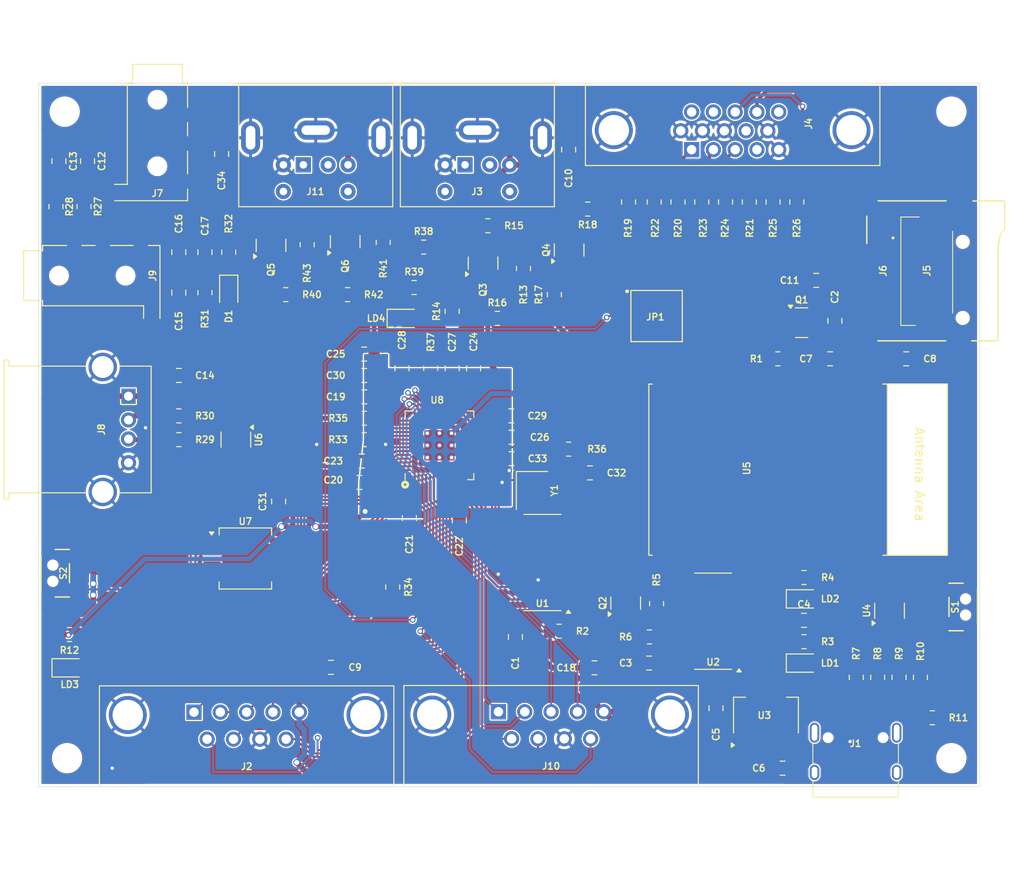
<source format=kicad_pcb>
(kicad_pcb (version 20241229) (generator "pcbnew") (generator_version "9.0")
  (title_block (title "${NAME}") (date "2025-04-30") (rev "${VERSION}") (company "Mikhail Matveev") (comment 1 "https://github.com/rh1tech/echo"))
  (layers (0 "F.Cu" signal) (2 "B.Cu" signal) (13 "F.Paste" user) (15 "B.Paste" user) (5 "F.SilkS" user "F.Silkscreen") (7 "B.SilkS" user "B.Silkscreen") (1 "F.Mask" user) (3 "B.Mask" user) (25 "Edge.Cuts" user))
  (property "NAME" "Echo")
  (property "VERSION" "1.01")
  (net 0 "")
  (net 1 "GND")
  (net 2 "/Tape In/R")
  (net 3 "/ESP_EN")
  (net 4 "Net-(U2-3V)")
  (net 5 "+3V3")
  (net 6 "VBUS")
  (net 7 "/Audio Out/A_OUT")
  (net 8 "/Tape In/G")
  (net 9 "/KB_CLK_3V")
  (net 10 "/KB_DATA_3V")
  (net 11 "/MS_DATA_3V")
  (net 12 "/MS_CLK_3V")
  (net 13 "/SN74_S")
  (net 14 "/Tape In/L")
  (net 15 "Net-(U8-VREG_VOUT)")
  (net 16 "/RP2040/XIN")
  (net 17 "Net-(J1-CC2)")
  (net 18 "Net-(J1-DN1)")
  (net 20 "Net-(J1-SHIELD)")
  (net 21 "Net-(J1-CC1)")
  (net 22 "Net-(J1-DP1)")
  (net 24 "Net-(J4-Pad3)")
  (net 28 "Net-(J4-Pad2)")
  (net 30 "Net-(J4-Pad14)")
  (net 31 "Net-(J4-Pad1)")
  (net 32 "Net-(J4-Pad13)")
  (net 33 "/ESP_IO12")
  (net 34 "/ESP_IO14")
  (net 35 "/ESP_IO2")
  (net 36 "/ESP_IO13")
  (net 38 "/GPIO8")
  (net 39 "/GPIO7")
  (net 40 "/GPIO4")
  (net 42 "/GPIO3")
  (net 43 "/GPIO5")
  (net 44 "/GPIO2")
  (net 45 "/GPIO6")
  (net 46 "/DET")
  (net 47 "/DAT2")
  (net 48 "/POL")
  (net 49 "/DAT1")
  (net 50 "Net-(J8-D+)")
  (net 51 "Net-(J8-D-)")
  (net 52 "/GPIO1")
  (net 53 "/GPIO9")
  (net 54 "/GPIO26")
  (net 55 "/GPIO29")
  (net 56 "/GPIO27")
  (net 57 "/GPIO28")
  (net 58 "/GPIO10")
  (net 59 "/SENSOR_VN")
  (net 60 "/ESP_IO34")
  (net 61 "Net-(LD1-A)")
  (net 62 "/ESP_IO3")
  (net 63 "/ESP_IO1")
  (net 64 "Net-(LD2-A)")
  (net 65 "Net-(LD3-A)")
  (net 66 "Net-(Q1-E)")
  (net 67 "Net-(Q1-B)")
  (net 68 "/ESP_IO0")
  (net 69 "Net-(Q2-E)")
  (net 70 "Net-(Q2-B)")
  (net 71 "Net-(R8-Pad1)")
  (net 72 "Net-(R9-Pad1)")
  (net 73 "/ESP_IO22")
  (net 74 "/ESP_IO19")
  (net 75 "/ESP_IO5")
  (net 76 "/ESP_IO21")
  (net 77 "/ESP_IO18")
  (net 78 "/ESP_IO4")
  (net 79 "/ESP_IO23")
  (net 80 "/ESP_IO15")
  (net 81 "/ESP_IO25")
  (net 82 "/ESP_IO27")
  (net 83 "/ESP_IO33")
  (net 84 "/ESP_IO26")
  (net 85 "/ESP_IO32")
  (net 87 "/PW_D-")
  (net 88 "/PW_D+")
  (net 93 "/SENSOR_VP")
  (net 94 "/ESP_IO35")
  (net 95 "/GPIO14")
  (net 96 "/GPIO0")
  (net 97 "/GPIO15")
  (net 98 "Net-(LD4-A)")
  (net 99 "Net-(Q3-G)")
  (net 100 "Net-(Q4-G)")
  (net 101 "/GPIO11")
  (net 102 "/GPIO12")
  (net 103 "/RP_D+")
  (net 104 "Net-(U8-USB_DP)")
  (net 105 "/RP2040/QSPI_SS")
  (net 106 "/RP_D-")
  (net 107 "Net-(U8-USB_DM)")
  (net 108 "/RP2040/XOUT")
  (net 109 "/RP2040/GPIO25")
  (net 110 "/RP2040/QSPI_SD3")
  (net 111 "/RP2040/QSPI_SCLK")
  (net 112 "/RP2040/QSPI_SD0")
  (net 113 "/RP2040/QSPI_SD1")
  (net 114 "/RP2040/QSPI_SD2")
  (net 115 "/SWD")
  (net 116 "/GPIO16")
  (net 117 "/GPIO13")
  (net 118 "/GPIO19")
  (net 119 "/RUN")
  (net 120 "/GPIO17")
  (net 121 "/GPIO22")
  (net 122 "/GPIO18")
  (net 123 "/SWCLK")
  (net 124 "/GPIO23")
  (net 125 "/GPIO24")
  (net 126 "/GPIO21")
  (net 127 "/GPIO20")
  (net 128 "/LOAD_IN")
  (net 129 "Net-(C12-Pad2)")
  (net 130 "Net-(C32-Pad1)")
  (net 131 "/PS2 KB/DATA")
  (net 134 "/PS2 KB/CLK")
  (net 135 "/PS2 MS/CLK")
  (net 136 "/PS2 MS/DATA")
  (net 141 "Net-(Q5-G)")
  (net 142 "Net-(Q6-G)")
  (net 143 "Net-(R29-Pad1)")
  (net 144 "Net-(R30-Pad1)")
  (net 145 "Net-(R34-Pad2)")
  (footprint "FRANK:SOT-23" (layer "F.Cu") (at 198 81.6875 90)
    (property "Reference" "Q3")
    (property "Value" "AO3400A")
  )
  (footprint "FRANK:Resistor (0805)" (layer "F.Cu") (at 221 75.25 90)
    (property "Reference" "R23")
    (property "Value" "1K")
  )
  (footprint "FRANK:Capacitor (0805)" (layer "F.Cu") (at 185.5125 95.75 180)
    (property "Reference" "C19")
    (property "Value" "100n")
  )
  (footprint "FRANK:Capacitor (0805)" (layer "F.Cu") (at 166 93.5 180)
    (property "Reference" "C14")
    (property "Value" "10u")
  )
  (footprint "FRANK:Capacitor (0805)" (layer "F.Cu") (at 166 84.7875 -90)
    (property "Reference" "C15")
    (property "Value" "100n")
  )
  (footprint "FRANK:Resistor (0805)" (layer "F.Cu") (at 185.5125 98)
    (property "Reference" "R35")
    (property "Value" "27R")
  )
  (footprint "FRANK:LED (0805)" (layer "F.Cu") (at 189.775 87.5)
    (property "Reference" "LD4")
    (property "Value" "Blue")
  )
  (footprint "FRANK:Capacitor (0805)" (layer "F.Cu") (at 166 80.5375 90)
    (property "Reference" "C16")
    (property "Value" "100n")
  )
  (footprint "FRANK:Mounting Hole (2.7mm)" (layer "F.Cu") (at 247.25 133.75)
    (property "Reference" "H4" (hide yes))
    (property "Value" "MountingHole")
  )
  (footprint "FRANK:Resistor (0805)" (layer "F.Cu") (at 202.25 82.25 -90)
    (property "Reference" "R13")
    (property "Value" "22K")
  )
  (footprint "FRANK:ESP32-WROVER-E" (layer "F.Cu") (at 231.14 103.405 -90)
    (property "Reference" "U5")
    (property "Value" "ESP32-WROVER-E")
  )
  (footprint "FRANK:Resistor (0805)" (layer "F.Cu") (at 166 100.25 180)
    (property "Reference" "R29")
    (property "Value" "22R")
  )
  (footprint "FRANK:Resistor (0805)" (layer "F.Cu") (at 183.75 85 180)
    (property "Reference" "R42")
    (property "Value" "4.7K")
  )
  (footprint "FRANK:D-SUB (9 pin, male, top mount)" (layer "F.Cu") (at 199.615 128.87)
    (property "Reference" "J10")
    (property "Value" "D-SUB 9 Male")
  )
  (footprint "FRANK:Capacitor (0805)" (layer "F.Cu") (at 185.5 93.5 180)
    (property "Reference" "C30")
    (property "Value" "1u")
  )
  (footprint "FRANK:Resistor (0805)" (layer "F.Cu") (at 206 120.4)
    (property "Reference" "R2")
    (property "Value" "10K")
  )
  (footprint "FRANK:Mounting Hole (2.7mm)" (layer "F.Cu") (at 247.25 65.75)
    (property "Reference" "H2" (hide yes))
    (property "Value" "MountingHole")
  )
  (footprint "FRANK:Capacitor (0805)" (layer "F.Cu") (at 242.5 91.75)
    (property "Reference" "C8")
    (property "Value" "100n")
  )
  (footprint "FRANK:Capacitor (0805)" (layer "F.Cu") (at 231.75 119.25)
    (property "Reference" "C4")
    (property "Value" "100n")
  )
  (footprint "FRANK:Resistor (0805)" (layer "F.Cu") (at 215.5 121)
    (property "Reference" "R6")
    (property "Value" "2.2K")
  )
  (footprint "FRANK:Resistor (0805)" (layer "F.Cu") (at 228.5 75.25 -90)
    (property "Reference" "R25")
    (property "Value" "100R")
  )
  (footprint "FRANK:Resistor (0805)" (layer "F.Cu") (at 179.5 79.75 90)
    (property "Reference" "R43")
    (property "Value" "22K")
  )
  (footprint "FRANK:Capacitor (0805)" (layer "F.Cu") (at 176.5 106.75 90)
    (property "Reference" "C31")
    (property "Value" "100n")
  )
  (footprint "FRANK:Capacitor (0805)" (layer "F.Cu") (at 201 100)
    (property "Reference" "C26")
    (property "Value" "100n")
  )
  (footprint "FRANK:Resistor (0805)" (layer "F.Cu") (at 156.03 75.7425 90)
    (property "Reference" "R27")
    (property "Value" "100R")
  )
  (footprint "FRANK:Resistor (0805)" (layer "F.Cu") (at 231.75 114.75)
    (property "Reference" "R4")
    (property "Value" "1.5K")
  )
  (footprint "FRANK:Jack (3.5mm, PJ-320D)" (layer "F.Cu") (at 158.15 83)
    (property "Reference" "J9")
    (property "Value" "PJ-320D" (hide yes))
  )
  (footprint "FRANK:Resistor (0805)" (layer "F.Cu") (at 168.75 84.7875 -90)
    (property "Reference" "R31")
    (property "Value" "10K")
  )
  (footprint "FRANK:Resistor (0805)" (layer "F.Cu") (at 199.5 87.5)
    (property "Reference" "R16")
    (property "Value" "22K")
  )
  (footprint "FRANK:Capacitor (0805)" (layer "F.Cu") (at 194.75 92.75 90)
    (property "Reference" "C27")
    (property "Value" "100n")
  )
  (footprint "FRANK:MiniDIN (6 Pin, female)" (layer "F.Cu") (at 179.1 71.35 180)
    (property "Reference" "J11")
    (property "Value" "MDC-036")
  )
  (footprint "FRANK:Resistor (0805)" (layer "F.Cu") (at 216 75.25 90)
    (property "Reference" "R22")
    (property "Value" "1K")
  )
  (footprint "FRANK:QFN 56" (layer "F.Cu") (at 193.4125 100.85 90)
    (property "Reference" "U8")
    (property "Value" "RP2040")
  )
  (footprint "FRANK:SOT-23" (layer "F.Cu") (at 207.05 80.3125 90)
    (property "Reference" "Q4")
    (property "Value" "AO3400A")
  )
  (footprint "FRANK:Resistor (0805)" (layer "F.Cu") (at 198.5 77.75 180)
    (property "Reference" "R15")
    (property "Value" "22K")
  )
  (footprint "FRANK:SOT-23-6" (layer "F.Cu") (at 172 100.25 -90)
    (property "Reference" "U6")
    (property "Value" "USBLC6-2SC6" (hide yes))
  )
  (footprint "FRANK:Mounting Hole (2.7mm)" (layer "F.Cu") (at 154 65.75)
    (property "Reference" "H1" (hide yes))
    (property "Value" "MountingHole")
  )
  (footprint "FRANK:Capacitor (0805)" (layer "F.Cu") (at 215.4625 123.75 180)
    (property "Reference" "C3")
    (property "Value" "100n")
  )
  (footprint "FRANK:Resistor (0805)" (layer "F.Cu") (at 205.5 85 90)
    (property "Reference" "R17")
    (property "Value" "4.7K")
  )
  (footprint "FRANK:Capacitor (0805)" (layer "F.Cu") (at 229.5 134.8 180)
    (property "Reference" "C6")
    (property "Value" "10u")
  )
  (footprint "FRANK:SOP-16" (layer "F.Cu") (at 204.25 113.175 180)
    (property "Reference" "U1")
    (property "Value" "SN74CBT3257CDR")
  )
  (footprint "FRANK:SW_DS05-127-2-03BK-SMT-TR" (layer "F.Cu") (at 216.25 87.25)
    (property "Reference" "JP1")
    (property "Value" "Main Jumpers" (hide yes))
  )
  (footprint "FRANK:LED (0805)" (layer "F.Cu") (at 154.525 124.25)
    (property "Reference" "LD3")
    (property "Value" "Power")
  )
  (footprint "FRANK:LED (0805)" (layer "F.Cu") (at 231.75 117)
    (property "Reference" "LD2")
    (property "Value" "RX")
  )
  (footprint "FRANK:Capacitor (0805)" (layer "F.Cu") (at 185 104.75 180)
    (property "Reference" "C20")
    (property "Value" "100n")
  )
  (footprint "FRANK:Capacitor (0805)" (layer "F.Cu") (at 201.4 121 90)
    (property "Reference" "C1")
    (property "Value" "100n")
  )
  (footprint "FRANK:Resistor (0805)" (layer "F.Cu") (at 192.5 92.75 -90)
    (property "Reference" "R37")
    (property "Value" "1K")
  )
  (footprint "FRANK:SOT-23" (layer "F.Cu") (at 231.5 87.95)
    (property "Reference" "Q1")
    (property "Value" "BSS138")
  )
  (footprint "FRANK:MicroSD (SMD, long)" (layer "F.Cu") (at 237.15 82.5 -90)
    (property "Reference" "J6")
    (property "Value" "104031-0811")
  )
  (footprint "FRANK:SOT-23-6" (layer "F.Cu") (at 240.75 118.25 90)
    (property "Reference" "U4")
    (property "Value" "USBLC6-2SC6" (hide yes))
  )
  (footprint "FRANK:Capacitor (0805)" (layer "F.Cu") (at 200.9875 102.25)
    (property "Reference" "C33")
    (property "Value" "15p")
  )
  (footprint "FRANK:MicroSD (SMD, short)" (layer "F.Cu") (at 244.686416 82.535753 90)
    (property "Reference" "J5")
    (property "Value" "0475710001" (hide yes))
  )
  (footprint "FRANK:Diode (0805)" (layer "F.Cu") (at 171.25 84.8125 -90)
    (property "Reference" "D1")
    (property "Value" "Zener 3V3")
  )
  (footprint "FRANK:USB Type A (single)" (layer "F.Cu") (at 160.71 95.68 -90)
    (property "Reference" "J8")
    (property "Value" "676430910" (hide yes))
  )
  (footprint "FRANK:Resistor (0805)" (layer "F.Cu") (at 223.5 75.25 90)
    (property "Reference" "R24")
    (property "Value" "1K")
  )
  (footprint "FRANK:TACT-SIDE-4623" (layer "F.Cu") (at 152.75 114.3 90)
    (property "Reference" "S2")
    (property "Value" "Boot" (hide yes))
  )
  (footprint "FRANK:Mounting Hole (2.7mm)" (layer "F.Cu") (at 154.25 133.75)
    (property "Reference" "H3" (hide yes))
    (property "Value" "MountingHole")
  )
  (footprint "FRANK:Crystal (3225)" (layer "F.Cu") (at 203.15 105.6 -90)
    (property "Reference" "Y1")
    (property "Value" "12 MHz")
  )
  (footprint "FRANK:Capacitor (0805)" (layer "F.Cu") (at 189.475 92.75 90)
    (property "Reference" "C28")
    (property "Value" "100n")
  )
  (footprint "FRANK:TACT-SIDE-4623" (layer "F.Cu") (at 248.75 117.85 -90)
    (property "Reference" "S1")
    (property "Value" "Reset" (hide yes))
  )
  (footprint "FRANK:Resistor (0805)" (layer "F.Cu") (at 177.25 85 180)
    (property "Reference" "R40")
    (property "Value" "22K")
  )
  (footprint "FRANK:Resistor (0805)" (layer "F.Cu") (at 166 97.75 180)
    (property "Reference" "R30")
    (property "Value" "22R")
  )
  (footprint "FRANK:Capacitor (0805)" (layer "F.Cu") (at 168.75 80.5375 90)
    (property "Reference" "C17")
    (property "Value" "100n")
  )
  (footprint "FRANK:Resistor (0805)" (layer "F.Cu") (at 218.5 75.25 90)
    (property "Reference" "R20")
    (property "Value" "330R")
  )
  (footprint "FRANK:LED (0805)" (layer "F.Cu") (at 231.75 123.75)
    (property "Reference" "LD1")
    (property "Value" "TX")
  )
  (footprint "FRANK:Capacitor (0805)" (layer "F.Cu") (at 207 69.75 90)
    (property "Reference" "C10")
    (property "Value" "100n")
  )
  (footprint "FRANK:Resistor (0805)" (layer "F.Cu") (at 171.25 80.5375 90)
    (property "Reference" "R32")
    (property "Value" "10K")
  )
  (footprint "FRANK:USB Type C" (layer "F.Cu") (at 237.18 137.85)
    (property "Reference" "J1")
    (property "Value" "USB4215-03-A")
  )
  (footprint "FRANK:Resistor (0805)" (layer "F.Cu") (at 231.75 121.5 180)
    (property "Reference" "R3")
    (property "Value" "1.5K")
  )
  (footprint "FRANK:Resistor (0805)" (layer "F.Cu") (at 207 101.25)
    (property "Reference" "R36")
    (property "Value" "1K")
  )
  (footprint "FRANK:Resistor (0805)" (layer "F.Cu") (at 239.5 125.25 -90)
    (property "Reference" "R8")
    (property "Value" "22R")
  )
  (footprint "FRANK:SOIC-8" (layer "F.Cu") (at 173 112.75)
    (property "Reference" "U7")
    (property "Value" "W25Q128JVSIQ")
  )
  (footprint "FRANK:SOT-23" (layer "F.Cu") (at 183.5 79.4375 90)
    (property "Reference" "Q6")
    (property "Value" "AO3400A")
  )
  (footprint "FRANK:Resistor (0805)" (layer "F.Cu") (at 237.25 125.25 -90)
    (property "Reference" "R7")
    (property "Value" "5.1K")
  )
  (footprint "FRANK:Resistor (0805)" (layer "F.Cu") (at 209 76 180)
    (property "Reference" "R18")
    (property "Value" "22K")
  )
  (footprint "FRANK:Resistor (0805)" (layer "F.Cu") (at 153.08 75.7425 90)
    (property "Reference" "R28")
    (property "Value" "150R")
  )
  (footprint "FRANK:D-SUB (15 pin, female)" (layer "F.Cu") (at 219.935 69.75 180)
    (property "Reference" "J4")
    (property "Value" "D-SUB 15 Female")
  )
  (footprint "FRANK:Capacitor (0805)" (layer "F.Cu") (at 200.9625 97.75)
    (property "Reference" "C29")
    (property "Value" "1u")
  )
  (footprint "FRANK:Capacitor (0805)" (layer "F.Cu") (at 234.5 91.75 180)
    (property "Reference" "C7")
    (property "Value" "10u")
  )
  (footprint "FRANK:SOT-23" (layer "F.Cu") (at 213 117.4375 90)
    (property "Reference" "Q2")
    (property "Value" "BSS138")
  )
  (footprint "FRANK:Capacitor (0805)" (layer "F.Cu") (at 233.0375 83.5)
    (property "Reference" "C11")
    (property "Value" "100n")
  )
  (footprint "FRANK:Capacitor (0805)" (layer "F.Cu") (at 222.5 128.5 -90)
    (property "Reference" "C5")
    (property "Value" "10u")
  )
  (footprint "FRANK:Capacitor (0805)" (layer "F.Cu") (at 185.5 91.25 180)
    (property "Reference" "C25")
    (property "Value" "100n")
  )
  (footprint "FRANK:Capacitor (0805)" (layer "F.Cu") (at 190.25 108.5 -90)
    (property "Reference" "C21")
    (property "Value" "100n")
  )
  (footprint "FRANK:Resistor (0805)" (layer "F.Cu") (at 216.25 117.5 -90)
    (property "Reference" "R5")
    (property "Value" "2.2K")
  )
  (footprint "FRANK:Capacitor (0805)" (layer "F.Cu") (at 235 87.75 90)
    (property "Reference" "C2")
    (property "Value" "1u")
  )
  (footprint "FRANK:Resistor (0805)" (layer "F.Cu") (at 245.25 129.5)
    (property "Reference" "R11")
    (property "Value" "1M")
  )
  (footprint "FRANK:Resistor (0805)" (layer "F.Cu") (at 190.75 84.25)
    (property "Reference" "R39")
    (property "Value" "4.7K")
  )
  (footprint "FRANK:SOP-16" (layer "F.Cu") (at 222.2 119.345 180)
    (property "Reference" "U2")
    (property "Value" "CH340C")
  )
  (footprint "FRANK:Resistor (0805)" (layer "F.Cu") (at 226 75.25 90)
    (property "Reference" "R21")
    (property "Value" "330R")
  )
  (footprint "FRANK:Resistor (0805)" (layer "F.Cu") (at 185.5 100.25)
    (property "Reference" "R33")
    (property "Value" "27R")
  )
  (footprint "FRANK:Jack (3.5mm, PJ-320D)" (layer "F.Cu") (at 163.75 69.25 -90)
    (property "Reference" "J7")
    (property "Value" "PJ-320D" (hide yes))
  )
  (footprint "FRANK:Resistor (0805)" (layer "F.Cu") (at 188.5 115.75 -90)
    (property "Reference" "R34")
    (property "Value" "1K")
  )
  (footprint "FRANK:Capacitor (0805)" (layer "F.Cu") (at 195.5 108.75 -90)
    (property "Reference" "C22")
    (property "Value" "100n")
  )
  (footprint "FRANK:Resistor (0805)" (layer "F.Cu") (at 229 91.75 180)
    (property "Reference" "R1")
    (property "Value" "10K")
  )
  (footprint "FRANK:Capacitor (0805)" (layer "F.Cu") (at 197 92.75 90)
    (property "Reference" "C24")
    (property "Value" "100n")
  )
  (footprint "FRANK:Resistor (0805)" (layer "F.Cu") (at 187.5 79.5 -90)
    (property "Reference" "R41")
    (property "Value" "22K")
  )
  (footprint "FRANK:Capacitor (0805)" (layer "F.Cu") (at 209.25 103.75)
    (property "Reference" "C32")
    (property "Value" "15p")
  )
  (footprint "FRANK:SOT-223" (layer "F.Cu") (at 227.75 129.25 90)
    (property "Reference" "U3")
    (property "Value" "NCP1117 3.3")
  )
  (footprint "FRANK:Resistor (0805)" (layer "F.Cu") (at 194.75 86.75 90)
    (property "Reference" "R14")
    (property "Value" "4.7K")
  )
  (footprint "FRANK:Resistor (0805)" (layer "F.Cu") (at 213.3 75.25 90)
    (property "Reference" "R19")
    (property "Value" "330R")
  )
  (footprint "FRANK:Resistor (0805)" (layer "F.Cu") (at 191.75 80)
    (property "Reference" "R38")
    (property "Value" "22K")
  )
  (footprint "FRANK:Resistor (0805)" (layer "F.Cu") (at 244 125.25 -90)
    (property "Reference" "R10")
    (property "Value" "5.1K")
  )
  (footprint "FRANK:Resistor (0805)" (layer "F.Cu") (at 231 75.25 -90)
    (property "Reference" "R26")
    (property "Value" "100R")
  )
  (footprint "FRANK:Capacitor (0805)" (layer "F.Cu") (at 209.7125 124.25)
    (property "Reference" "C18")
    (property "Value" "100n")
  )
  (footprint "FRANK:Capacitor (0805)" (layer "F.Cu") (at 170.5 70.2125 90)
    (property "Reference" "C34")
    (property "Value" "100n")
  )
  (footprint "FRANK:Capacitor (0805)" (layer "F.Cu") (at 185.25 102.5 180)
    (property "Reference" "C23")
    (property "Value" "100n")
  )
  (footprint "FRANK:Capacitor (0805)" (layer "F.Cu") (at 182 124.2)
    (property "Reference" "C9")
    (property "Value" "100n")
  )
  (footprint "FRANK:Resistor (0805)" (layer "F.Cu") (at 154.5 120.75 180)
    (property "Reference" "R12")
    (property "Value" "1K")
  )
  (footprint "FRANK:D-SUB (9 pin, male, top mount)" (layer "F.Cu") (at 167.595 128.91)
    (property "Reference" "J2")
    (property "Value" "D-SUB 9 Male")
  )
  (footprint "FRANK:Capacitor (0805)" (layer "F.Cu") (at 156.4 70.9625 -90)
    (property "Reference" "C12")
    (property "Value" "10u")
  )
  (footprint "FRANK:Resistor (0805)" (layer "F.Cu") (at 241.75 125.25 -90)
    (property "Reference" "R9")
    (property "Value" "22R")
  )
  (footprint "FRANK:MiniDIN (6 Pin, female)" (layer "F.Cu") (at 196.1 71.35 180)
    (property "Reference" "J3")
    (property "Value" "MDC-036")
  )
  (footprint "FRANK:SOT-23" (layer "F.Cu") (at 175.7 79.8125 90)
    (property "Reference" "Q5")
    (property "Value" "AO3400A")
  )
  (footprint "FRANK:Capacitor (0805)" (layer "F.Cu") (at 153.39 70.9625 -90)
    (property "Reference" "C13")
    (property "Value" "33n")
  )
  (gr_line (start 151.25 136.75) (end 151.25 62.75) (stroke (width 0.05)) (layer "Edge.Cuts"))
  (gr_line (start 151.25 62.75) (end 250.25 62.75) (stroke (width 0.05)) (layer "Edge.Cuts"))
  (gr_line (start 250.25 136.75) (end 250.25 62.75) (stroke (width 0.05)) (layer "Edge.Cuts"))
  (gr_line (start 151.25 136.75) (end 250.25 136.75) (stroke (width 0.05)) (layer "Edge.Cuts"))
  (segment (start 194.9625 101.85) (end 194.6875 102.125) (width 0.2) (layer "F.Cu") (net 1))
  (segment (start 196.85 101.85) (end 194.9625 101.85) (width 0.2) (layer "F.Cu") (net 1))
  (via (at 199.6 114.4) (size 0.6) (drill 0.35) (layers "F.Cu" "B.Cu") (net 1))
  (via (at 236.6 132) (size 0.6) (drill 0.35) (layers "F.Cu" "B.Cu") (net 1))
  (via (at 203.8 115) (size 0.6) (drill 0.35) (layers "F.Cu" "B.Cu") (net 1))
  (via (at 159 134.8) (size 0.6) (drill 0.35) (layers "F.Cu" "B.Cu") (net 1))
  (via (at 180.5 100.75) (size 0.6) (drill 0.35) (layers "F.Cu" "B.Cu") (net 1))
  (via (at 162.5 99) (size 0.6) (drill 0.35) (layers "F.Cu" "B.Cu") (net 1))
  (segment (start 194.6875 99.575) (end 198.8625 95.4) (width 0.5) (layer "B.Cu") (net 1))
  (segment (start 198.8625 95.4) (end 201.6 95.4) (width 0.5) (layer "B.Cu") (net 1))
  (segment (start 243.246416 82.285753) (end 240.714247 82.285753) (width 0.6) (layer "F.Cu") (net 5))
  (segment (start 198.5 87.5) (end 198.5 92.1) (width 0.5) (layer "F.Cu") (net 5))
  (segment (start 177.999 108.199) (end 177.999 109.201) (width 0.5) (layer "F.Cu") (net 5))
  (segment (start 238.125 92.875) (end 238.125 94.655) (width 0.6) (layer "F.Cu") (net 5))
  (segment (start 227.75 126.1) (end 227.75 115.25) (width 0.6) (layer "F.Cu") (net 5))
  (segment (start 177.8 109.4) (end 176.8 109.4) (width 0.5) (layer "F.Cu") (net 5))
  (segment (start 241.4625 91.75) (end 239.6 91.75) (width 0.6) (layer "F.Cu") (net 5))
  (segment (start 209.2 91.6) (end 221.6 91.6) (width 0.5) (layer "F.Cu") (net 5))
  (segment (start 242.6385 90.574) (end 243.560169 90.574) (width 0.6) (layer "F.Cu") (net 5))
  (segment (start 228 91.75) (end 228 86) (width 0.5) (layer "F.Cu") (net 5))
  (segment (start 222.5 127.4625) (end 226.3875 127.4625) (width 0.5) (layer "F.Cu") (net 5))
  (segment (start 189.25 78.5) (end 190.75 80) (width 0.5) (layer "F.Cu") (net 5))
  (segment (start 234.125 83.55) (end 234.075 83.5) (width 0.6) (layer "F.Cu") (net 5))
  (segment (start 194.75 87.75) (end 198.25 87.75) (width 0.5) (layer "F.Cu") (net 5))
  (segment (start 205.5 86) (end 205.5 87.9) (width 0.5) (layer "F.Cu") (net 5))
  (segment (start 240.714247 82.285753) (end 239.45 83.55) (width 0.6) (layer "F.Cu") (net 5))
  (segment (start 198.25 87.75) (end 198.5 87.5) (width 0.5) (layer "F.Cu") (net 5))
  (segment (start 237.95 83.55) (end 234.125 83.55) (width 0.6) (layer "F.Cu") (net 5))
  (segment (start 189.75 84.25) (end 189.75 81) (width 0.5) (layer "F.Cu") (net 5))
  (segment (start 239.6 91.75) (end 239.25 91.75) (width 0.6) (layer "F.Cu") (net 5))
  (segment (start 176.5 110.845) (end 177.555 110.845) (width 0.5) (layer "F.Cu") (net 5))
  (segment (start 239.45 83.55) (end 237.95 83.55) (width 0.6) (layer "F.Cu") (net 5))
  (segment (start 239.25 91.75) (end 238.125 92.875) (width 0.6) (layer "F.Cu") (net 5))
  (segment (start 248.2 112.4) (end 248.2 94) (width 0.6) (layer "F.Cu") (net 5))
  (segment (start 177.5875 107.7875) (end 177.999 108.199) (width 0.5) (layer "F.Cu") (net 5))
  (segment (start 198.5 92.1) (end 200 93.6) (width 0.5) (layer "F.Cu") (net 5))
  (segment (start 239.6 91.75) (end 235.5375 91.75) (width 0.6) (layer "F.Cu") (net 5))
  (segment (start 180.4 109.4) (end 184 109.4) (width 0.5) (layer "F.Cu") (net 5))
  (segment (start 244.346416 82.285753) (end 243.246416 82.285753) (width 0.6) (layer "F.Cu") (net 5))
  (segment (start 202.65 81.25) (end 202.25 81.25) (width 0.5) (layer "F.Cu") (net 5))
  (segment (start 203.8 84.3) (end 203.8 82.4) (width 0.5) (layer "F.Cu") (net 5))
  (segment (start 234.075 82.075) (end 234.075 83.5) (width 0.5) (layer "F.Cu") (net 5))
  (segment (start 177.999 109.201) (end 177.8 109.4) (width 0.5) (layer "F.Cu") (net 5))
  (segment (start 228 86) (end 228 83) (width 0.5) (layer "F.Cu") (net 5))
  (segment (start 227.75 115.25) (end 229.644 113.356) (width 0.6) (layer "F.Cu") (net 5))
  (segment (start 186.5375 86.7875) (end 184.75 85) (width 0.5) (layer "F.Cu") (net 5))
  (segment (start 221.6 91.6) (end 227.2 86) (width 0.5) (layer "F.Cu") (net 5))
  (segment (start 248.2 94) (end 243.7125 94) (width 0.6) (layer "F.Cu") (net 5))
  (segment (start 184 109.4) (end 185.6 107.8) (width 0.5) (layer "F.Cu") (net 5))
  (segment (start 186.5375 91.25) (end 186.5375 86.7875) (width 0.5) (layer "F.Cu") (net 5))
  (segment (start 228 83) (end 229.6 81.4) (width 0.5) (layer "F.Cu") (net 5))
  (segment (start 229.644 113.356) (end 247.244 113.356) (width 0.6) (layer "F.Cu") (net 5))
  (segment (start 245.4 88.734169) (end 245.4 83.339337) (width 0.6) (layer "F.Cu") (net 5))
  (segment (start 243.7125 94) (end 241.4625 91.75) (width 0.6) (layer "F.Cu") (net 5))
  (segment (start 233.4 81.4) (end 234.075 82.075) (width 0.5) (layer "F.Cu") (net 5))
  (segment (start 177.999 109.599) (end 177.8 109.4) (width 0.5) (layer "F.Cu") (net 5))
  (segment (start 245.4 83.339337) (end 244.346416 82.285753) (width 0.6) (layer "F.Cu") (net 5))
  (segment (start 154.35 120.75) (end 154.4 120.8) (width 0.5) (layer "F.Cu") (net 5))
  (segment (start 226.3875 127.4625) (end 227.75 126.1) (width 0.5) (layer "F.Cu") (net 5))
  (segment (start 153.5 120.75) (end 154.35 120.75) (width 0.5) (layer "F.Cu") (net 5))
  (segment (start 229.6 81.4) (end 233.4 81.4) (width 0.5) (layer "F.Cu") (net 5))
  (segment (start 176.5 107.7875) (end 177.5875 107.7875) (width 0.5) (layer "F.Cu") (net 5))
  (segment (start 184.75 85) (end 189 85) (width 0.5) (layer "F.Cu") (net 5))
  (segment (start 198.5 87.5) (end 200 86) (width 0.5) (layer "F.Cu") (net 5))
  (segment (start 187.5 78.5) (end 189.25 78.5) (width 0.5) (layer "F.Cu") (net 5))
  (segment (start 189.75 81) (end 190.75 80) (width 0.5) (layer "F.Cu") (net 5))
  (segment (start 241.4625 91.75) (end 242.6385 90.574) (width 0.6) (layer "F.Cu") (net 5))
  (segment (start 177.555 110.845) (end 177.999 110.401) (width 0.5) (layer "F.Cu") (net 5))
  (segment (start 200 86) (end 205.5 86) (width 0.5) (layer "F.Cu") (net 5))
  (segment (start 205.5 86) (end 203.8 84.3) (width 0.5) (layer "F.Cu") (net 5))
  (segment (start 227.2 86) (end 228 86) (width 0.5) (layer "F.Cu") (net 5))
  (segment (start 177.999 110.401) (end 177.999 109.599) (width 0.5) (layer "F.Cu") (net 5))
  (segment (start 243.560169 90.574) (end 245.4 88.734169) (width 0.6) (layer "F.Cu") (net 5))
  (segment (start 247.244 113.356) (end 248.2 112.4) (width 0.6) (layer "F.Cu") (net 5))
  (segment (start 189 85) (end 189.75 84.25) (width 0.5) (layer "F.Cu") (net 5))
  (segment (start 227.75 132.4) (end 227.75 126.1) (width 0.6) (layer "F.Cu") (net 5))
  (segment (start 203.8 82.4) (end 202.65 81.25) (width 0.5) (layer "F.Cu") (net 5))
  (segment (start 205.5 87.9) (end 209.2 91.6) (width 0.5) (layer "F.Cu") (net 5))
  (via (at 187.75 100.75) (size 0.6) (drill 0.35) (layers "F.Cu" "B.Cu") (net 5))
  (via (at 154.4 120.8) (size 0.6) (drill 0.35) (layers "F.Cu" "B.Cu") (net 5))
  (via (at 176.8 109.4) (size 0.7) (drill 0.5) (layers "F.Cu" "B.Cu") (net 5))
  (via (at 200 104.75) (size 0.6) (drill 0.35) (layers "F.Cu" "B.Cu") (net 5))
  (via (at 200.75 103.5) (size 0.6) (drill 0.35) (layers "F.Cu" "B.Cu") (net 5))
  (via (at 185.6 107.8) (size 0.7) (drill 0.5) (layers "F.Cu" "B.Cu") (net 5))
  (via (at 180.4 109.4) (size 0.7) (drill 0.5) (layers "F.Cu" "B.Cu") (net 5))
  (segment (start 179.8 108.8) (end 180.4 109.4) (width 0.5) (layer "B.Cu") (net 5))
  (segment (start 176.8 109.4) (end 177.4 108.8) (width 0.5) (layer "B.Cu") (net 5))
  (segment (start 162.4 112.8) (end 154.4 120.8) (width 0.5) (layer "B.Cu") (net 5))
  (segment (start 173.4 112.8) (end 162.4 112.8) (width 0.5) (layer "B.Cu") (net 5))
  (segment (start 176.8 109.4) (end 173.4 112.8) (width 0.5) (layer "B.Cu") (net 5))
  (segment (start 177.4 108.8) (end 179.8 108.8) (width 0.5) (layer "B.Cu") (net 5))
  (segment (start 231.651 116.29413) (end 231.651 119.98087) (width 0.4) (layer "F.Cu") (net 6))
  (segment (start 212.8 136) (end 180.8 136) (width 0.6) (layer "F.Cu") (net 6))
  (segment (start 178.675 128.91) (end 178.675 126.4875) (width 0.6) (layer "F.Cu") (net 6))
  (segment (start 199.5 72.65) (end 200.8 71.35) (width 0.6) (layer "F.Cu") (net 6))
  (segment (start 172 104.6) (end 172 101.3875) (width 0.6) (layer "F.Cu") (net 6))
  (segment (start 169.2 69.95) (end 170.5 71.25) (width 0.6) (layer "F.Cu") (net 6))
  (segment (start 231.8 128) (end 233.8 128) (width 0.6) (layer "F.Cu") (net 6))
  (segment (start 230.05 134.3125) (end 230.5375 134.8) (width 0.6) (layer "F.Cu") (net 6))
  (segment (start 210 79.2) (end 210 76) (width 0.6) (layer "F.Cu") (net 6))
  (segment (start 208.675 125.725) (end 208.675 124.25) (width 0.6) (layer "F.Cu") (net 6))
  (segment (start 210.695 128.87) (end 213.53 128.87) (width 0.6) (layer "F.Cu") (net 6))
  (segment (start 182.4 64.6) (end 183.8 66) (width 0.6) (layer "F.Cu") (net 6))
  (segment (start 220.06 85.98) (end 216.78 85.98) (width 0.6) (layer "F.Cu") (net 6))
  (segment (start 153.6 96.8) (end 154.72 95.68) (width 0.6) (layer "F.Cu") (net 6))
  (segment (start 157.2 114.2) (end 157.2 111.4) (width 0.6) (layer "F.Cu") (net 6))
  (segment (start 230.05 132.4) (end 230.05 129.75) (width 0.6) (layer "F.Cu") (net 6))
  (segment (start 200 119.6) (end 200.3625 119.9625) (width 0.6) (layer "F.Cu") (net 6))
  (segment (start 234.73 128.53) (end 234.73 130.155) (width 0.6) (layer "F.Cu") (net 6))
  (segment (start 199.5 77.75) (end 199.5 72.65) (width 0.6) (layer "F.Cu") (net 6))
  (segment (start 235.6 133.2) (end 235.4 133) (width 0.4) (layer "F.Cu") (net 6))
  (segment (start 167 109.6) (end 172 104.6) (width 0.6) (layer "F.Cu") (net 6))
  (segment (start 219.7 123.79) (end 216.54 123.79) (width 0.6) (layer "F.Cu") (net 6))
  (segment (start 212.8 130.975) (end 210.695 128.87) (width 0.6) (layer "F.Cu") (net 6))
  (segment (start 153.6 96.8) (end 151.929 95.129) (width 0.6) (layer "F.Cu") (net 6))
  (segment (start 157 116.6) (end 157 117.4) (width 0.6) (layer "F.Cu") (net 6))
  (segment (start 230.05 129.75) (end 231.8 128) (width 0.6) (layer "F.Cu") (net 6))
  (segment (start 157 117.4) (end 155.8 118.6) (width 0.6) (layer "F.Cu") (net 6))
  (segment (start 182.4 64.6) (end 199.2 64.6) (width 0.6) (layer "F.Cu") (net 6))
  (segment (start 239.63 130.94257) (end 239.294 131.27857) (width 0.4) (layer "F.Cu") (net 6))
  (segment (start 170.5 71.25) (end 170.5 71.3) (width 0.6) (layer "F.Cu") (net 6))
  (segment (start 207.9875 70.7875) (end 210 72.8) (width 0.6) (layer "F.Cu") (net 6))
  (segment (start 152 125.2) (end 162.8 136) (width 0.6) (layer "F.Cu") (net 6))
  (segment (start 239.294 131.27857) (end 239.294 132.906) (width 0.4) (layer "F.Cu") (net 6))
  (segment (start 216.78 85.98) (end 210 79.2) (width 0.6) (layer "F.Cu") (net 6))
  (segment (start 230.5375 134.8) (end 229.3375 136) (width 0.6) (layer "F.Cu") (net 6))
  (segment (start 153.6 107.8) (end 153.6 96.8) (width 0.6) (layer "F.Cu") (net 6))
  (segment (start 213.53 128.87) (end 216.5 125.9) (width 0.6) (layer "F.Cu") (net 6))
  (segment (start 234.2 128) (end 234.73 128.53) (width 0.6) (layer "F.Cu") (net 6))
  (segment (start 233.8 128) (end 235.2 126.6) (width 0.6) (layer "F.Cu") (net 6))
  (segment (start 212.8 136) (end 212.8 130.975) (width 0.6) (layer "F.Cu") (net 6))
  (segment (start 200.18 117.62) (end 200 117.8) (width 0.6) (layer "F.Cu") (net 6))
  (segment (start 168 67.8) (end 171.2 64.6) (width 0.6) (layer "F.Cu") (net 6))
  (segment (start 157 114.4) (end 157.2 114.2) (width 0.6) (layer "F.Cu") (net 6))
  (segment (start 154.72 95.68) (end 160.71 95.68) (width 0.6) (layer "F.Cu") (net 6))
  (segment (start 234.73 130.94257) (end 234.73 130.155) (width 0.4) (layer "F.Cu") (net 6))
  (segment (start 162.8 136) (end 180.8 136) (width 0.6) (layer "F.Cu") (net 6))
  (segment (start 179.5 80.75) (end 179.5 83.75) (width 0.6) (layer "F.Cu") (net 6))
  (segment (start 216.54 123.79) (end 216.5 123.75) (width 0.6) (layer "F.Cu") (net 6))
  (segment (start 235.4 131.61257) (end 234.73 130.94257) (width 0.4) (layer "F.Cu") (net 6))
  (segment (start 151.929 95.129) (end 151.929 68.271) (width 0.6) (layer "F.Cu") (net 6))
  (segment (start 235.2 122.6) (end 235.2 120.8) (width 0.6) (layer "F.Cu") (net 6))
  (segment (start 235.2 126.6) (end 235.2 122.6) (width 0.6) (layer "F.Cu") (net 6))
  (segment (start 152.4 67.8) (end 168 67.8) (width 0.6) (layer "F.Cu") (net 6))
  (segment (start 171.25 72.05) (end 171.25 79.5375) (width 0.6) (layer "F.Cu") (net 6))
  (segment (start 230.75 121.5) (end 231.85 122.6) (width 0.4) (layer "F.Cu") (net 6))
  (segment (start 229.3375 136) (end 212.8 136) (width 0.6) (layer "F.Cu") (net 6))
  (segment (start 180.2 136) (end 178.4 134.2) (width 0.6) (layer "F.Cu") (net 6))
  (segment (start 155.8 118.6) (end 152 118.6) (width 0.6) (layer "F.Cu") (net 6))
  (segment (start 230.75 114.75) (end 230.75 115.39313) (width 0.4) (layer "F.Cu") (net 6))
  (segment (start 202.1625 119.9625) (end 201.4 119.9625) (width 0.6) (layer "F.Cu") (net 6))
  (segment (start 164.9625 95.0375) (end 164.9625 93.5) (width 0.6) (layer "F.Cu") (net 6))
  (segment (start 168.452 67.8) (end 169.2 68.548) (width 0.6) (layer "F.Cu") (net 6))
  (segment (start 200 117.8) (end 200 119.6) (width 0.6) (layer "F.Cu") (net 6))
  (segment (start 160.71 95.68) (end 164.32 95.68) (width 0.6) (layer "F.Cu") (net 6))
  (segment (start 208.675 124.25) (end 205.25 124.25) (width 0.6) (layer "F.Cu") (net 6))
  (segment (start 183.8 66) (end 183.8 71.35) (width 0.6) (layer "F.Cu") (net 6))
  (segment (start 208.4 126) (end 208.675 125.725) (width 0.6) (layer "F.Cu") (net 6))
  (segment (start 200.8 71.35) (end 206.4375 71.35) (width 0.6) (layer "F.Cu") (net 6))
  (segment (start 203 120.8) (end 202.1625 119.9625) (width 0.6) (layer "F.Cu") (net 6))
  (segment (start 169.2 68.548) (end 169.2 69.95) (width 0.6) (layer "F.Cu") (net 6))
  (segment (start 177.8 77.4) (end 173.3875 77.4) (width 0.6) (layer "F.Cu") (net 6))
  (segment (start 240.298999 118.226) (end 240.75 117.774999) (width 0.6) (layer "F.Cu") (net 6))
  (segment (start 239.294 132.906) (end 239 133.2) (width 0.4) (layer "F.Cu") (net 6))
  (segment (start 200.3625 119.9625) (end 201.4 119.9625) (width 0.6) (layer "F.Cu") (net 6))
  (segment (start 199.2 64.6) (end 200.8 66.2) (width 0.6) (layer "F.Cu") (net 6))
  (segment (start 237.774 118.226) (end 240.298999 118.226) (width 0.6) (layer "F.Cu") (net 6))
  (segment (start 233.8 128) (end 234.2 128) (width 0.6) (layer "F.Cu") (net 6))
  (segment (start 151.929 68.271) (end 152.4 67.8) (width 0.6) (layer "F.Cu") (net 6))
  (segment (start 235.4 133) (end 235.4 131.61257) (width 0.4) (layer "F.Cu") (net 6))
  (segment (start 179.5 80.75) (end 177.8 79.05) (width 0.6) (layer "F.Cu") (net 6))
  (segment (start 152 118.6) (end 152 125.2) (width 0.6) (layer "F.Cu") (net 6))
  (segment (start 170.5 71.3) (end 171.25 72.05) (width 0.6) (layer "F.Cu") (net 6))
  (segment (start 231.85 122.6) (end 235.2 122.6) (width 0.4) (layer "F.Cu") (net 6))
  (segment (start 230.75 120.88187) (end 230.75 121.5) (width 0.4) (layer "F.Cu") (net 6))
  (segment (start 235.2 120.8) (end 237.774 118.226) (width 0.6) (layer "F.Cu") (net 6))
  (segment (start 157.2 111.4) (end 155.4 109.6) (width 0.6) (layer "F.Cu") (net 6))
  (segment (start 168 67.8) (end 168.452 67.8) (width 0.6) (layer "F.Cu") (net 6))
  (segment (start 231.651 119.98087) (end 230.75 120.88187) (width 0.4) (layer "F.Cu") (net 6))
  (segment (start 157 115.4) (end 157 114.4) (width 0.6) (layer "F.Cu") (net 6))
  (segment (start 179.5 83.75) (end 178.25 85) (width 0.6) (layer "F.Cu") (net 6))
  (segment (start 177.8 79.05) (end 177.8 77.4) (width 0.6) (layer "F.Cu") (net 6))
  (segment (start 206.4375 71.35) (end 207 70.7875) (width 0.6) (layer "F.Cu") (net 6))
  (segment (start 230.75 115.39313) (end 231.651 116.29413) (width 0.4) (layer "F.Cu") (net 6))
  (segment (start 155.4 109.6) (end 153.6 107.8) (width 0.6) (layer "F.Cu") (net 6))
  (segment (start 210.695 128.87) (end 208.4 126.575) (width 0.6) (layer "F.Cu") (net 6))
  (segment (start 178.675 126.4875) (end 180.9625 124.2) (width 0.6) (layer "F.Cu") (net 6))
  (segment (start 203 122) (end 203 120.8) (width 0.6) (layer "F.Cu") (net 6))
  (segment (start 240.75 117.774999) (end 240.75 117.1125) (width 0.6) (layer "F.Cu") (net 6))
  (segment (start 216.5 125.9) (end 216.5 123.75) (width 0.6) (layer "F.Cu") (net 6))
  (segment (start 208.4 126.575) (end 208.4 126) (width 0.6) (layer "F.Cu") (net 6))
  (segment (start 164.32 95.68) (end 164.9625 95.0375) (width 0.6) (layer "F.Cu") (net 6))
  (segment (start 180.8 136) (end 180.2 136) (width 0.6) (layer "F.Cu") (net 6))
  (segment (start 201.75 117.62) (end 200.18 117.62) (width 0.6) (layer "F.Cu") (net 6))
  (segment (start 173.3875 77.4) (end 171.25 79.5375) (width 0.6) (layer "F.Cu") (net 6))
  (segment (start 230.05 132.4) (end 230.05 134.3125) (width 0.6) (layer "F.Cu") (net 6))
  (segment (start 207 70.7875) (end 207.9875 70.7875) (width 0.6) (layer "F.Cu") (net 6))
  (segment (start 200.8 66.2) (end 200.8 71.35) (width 0.6) (layer "F.Cu") (net 6))
  (segment (start 171.2 64.6) (end 182.4 64.6) (width 0.6) (layer "F.Cu") (net 6))
  (segment (start 155.4 109.6) (end 167 109.6) (width 0.6) (layer "F.Cu") (net 6))
  (segment (start 210 72.8) (end 210 76) (width 0.6) (layer "F.Cu") (net 6))
  (segment (start 239 133.2) (end 235.6 133.2) (width 0.4) (layer "F.Cu") (net 6))
  (segment (start 205.25 124.25) (end 203 122) (width 0.6) (layer "F.Cu") (net 6))
  (segment (start 239.63 130.155) (end 239.63 130.94257) (width 0.4) (layer "F.Cu") (net 6))
  (via (at 157 115.4) (size 0.7) (drill 0.5) (layers "F.Cu" "B.Cu") (net 6))
  (via (at 157 116.6) (size 0.7) (drill 0.5) (layers "F.Cu" "B.Cu") (net 6))
  (via (at 178.4 134.2) (size 0.7) (drill 0.5) (layers "F.Cu" "B.Cu") (net 6))
  (segment (start 179.2 133.4) (end 179.2 130.8) (width 0.6) (layer "B.Cu") (net 6))
  (segment (start 179.2 130.8) (end 178.675 130.275) (width 0.6) (layer "B.Cu") (net 6))
  (segment (start 178.4 134.2) (end 179.2 133.4) (width 0.6) (layer "B.Cu") (net 6))
  (segment (start 178.675 130.275) (end 178.675 128.91) (width 0.6) (layer "B.Cu") (net 6))
  (segment (start 157 116.6) (end 157 114.6) (width 0.6) (layer "B.Cu") (net 6))
  (segment (start 196.85 100.25) (end 195.2635 100.25) (width 0.2) (layer "F.Cu") (net 15))
  (segment (start 197.5 100.25) (end 199.925 97.825) (width 0.2) (layer "F.Cu") (net 15))
  (segment (start 187.5 98.75) (end 187.5 96.7) (width 0.2) (layer "F.Cu") (net 15))
  (segment (start 189.975 99.05) (end 187.8 99.05) (width 0.2) (layer "F.Cu") (net 15))
  (segment (start 189.975 99.05) (end 191.45 99.05) (width 0.2) (layer "F.Cu") (net 15))
  (segment (start 196.85 100.25) (end 197.5 100.25) (width 0.2) (layer "F.Cu") (net 15))
  (segment (start 187.5 96.7) (end 186.55 95.75) (width 0.2) (layer "F.Cu") (net 15))
  (segment (start 187.143999 104.606001) (end 187 104.75) (width 0.2) (layer "F.Cu") (net 15))
  (segment (start 189.975 101.05) (end 188.703612 101.05) (width 0.2) (layer "F.Cu") (net 15))
  (segment (start 187 104.75) (end 186.0375 104.75) (width 0.2) (layer "F.Cu") (net 15))
  (segment (start 187.143998 102.609614) (end 187.143999 104.606001) (width 0.2) (layer "F.Cu") (net 15))
  (segment (start 188.703612 101.05) (end 187.143998 102.609614) (width 0.2) (layer "F.Cu") (net 15))
  (segment (start 189.975 101.05) (end 191.45 101.05) (width 0.2) (layer "F.Cu") (net 15))
  (segment (start 187.8 99.05) (end 187.5 98.75) (width 0.2) (layer "F.Cu") (net 15))
  (segment (start 199.925 97.825) (end 199.925 97.75) (width 0.2) (layer "F.Cu") (net 15))
  (segment (start 199.95 102.25) (end 199.95 103.7) (width 0.2) (layer "F.Cu") (net 16))
  (segment (start 199.95 103.7) (end 200.75 104.5) (width 0.2) (layer "F.Cu") (net 16))
  (segment (start 196.85 101.45) (end 199.15 101.45) (width 0.2) (layer "F.Cu") (net 16))
  (segment (start 200.75 104.5) (end 202.3 104.5) (width 0.2) (layer "F.Cu") (net 16))
  (segment (start 199.15 101.45) (end 199.95 102.25) (width 0.2) (layer "F.Cu") (net 16))
  (segment (start 237.102 128.8) (end 237.43 129.128) (width 0.35) (layer "F.Cu") (net 18))
  (segment (start 236.6 128.8) (end 237.102 128.8) (width 0.35) (layer "F.Cu") (net 18))
  (segment (start 236.43 128.97) (end 236.6 128.8) (width 0.35) (layer "F.Cu") (net 18))
  (segment (start 236.43 130.155) (end 236.43 128.97) (width 0.35) (layer "F.Cu") (net 18))
  (segment (start 237.43 129.128) (end 237.43 130.155) (width 0.35) (layer "F.Cu") (net 18))
  (segment (start 237.794 131.206) (end 237.93 131.07) (width 0.35) (layer "F.Cu") (net 22))
  (segment (start 236.93 130.155) (end 236.93 131.182) (width 0.35) (layer "F.Cu") (net 22))
  (segment (start 236.93 131.182) (end 236.954 131.206) (width 0.35) (layer "F.Cu") (net 22))
  (segment (start 236.954 131.206) (end 237.794 131.206) (width 0.35) (layer "F.Cu") (net 22))
  (segment (start 237.93 131.07) (end 237.93 130.155) (width 0.35) (layer "F.Cu") (net 22))
  (segment (start 223.5 70.765) (end 224.515 69.75) (width 0.35) (layer "F.Cu") (net 24))
  (segment (start 223.5 74.25) (end 223.5 70.765) (width 0.35) (layer "F.Cu") (net 24))
  (segment (start 223.5 74.25) (end 226 74.25) (width 0.35) (layer "F.Cu") (net 24))
  (segment (start 221 74.25) (end 221.8 73.45) (width 0.35) (layer "F.Cu") (net 28))
  (segment (start 221.8 73.45) (end 221.8 70.175) (width 0.35) (layer "F.Cu") (net 28))
  (segment (start 218.5 74.25) (end 221 74.25) (width 0.35) (layer "F.Cu") (net 28))
  (segment (start 221.8 70.175) (end 222.225 69.75) (width 0.35) (layer "F.Cu") (net 28))
  (segment (start 232 63.6) (end 227.8 63.6) (width 0.35) (layer "F.Cu") (net 30))
  (segment (start 233.4 65) (end 232 63.6) (width 0.35) (layer "F.Cu") (net 30))
  (segment (start 231 74.25) (end 231 68.8) (width 0.35) (layer "F.Cu") (net 30))
  (segment (start 226.805 64.595) (end 226.805 65.79) (width 0.35) (layer "F.Cu") (net 30))
  (segment (start 233.4 66.4) (end 233.4 65) (width 0.35) (layer "F.Cu") (net 30))
  (segment (start 231 68.8) (end 233.4 66.4) (width 0.35) (layer "F.Cu") (net 30))
  (segment (start 227.8 63.6) (end 226.805 64.595) (width 0.35) (layer "F.Cu") (net 30))
  (segment (start 213.3 74.25) (end 216 74.25) (width 0.35) (layer "F.Cu") (net 31))
  (segment (start 216 73.685) (end 219.935 69.75) (width 0.35) (layer "F.Cu") (net 31))
  (segment (start 216 74.25) (end 216 73.685) (width 0.35) (layer "F.Cu") (net 31))
  (segment (start 231.6 67.491479) (end 231.6 65.2) (width 0.35) (layer "F.Cu") (net 32))
  (segment (start 230.499 72.251) (end 230.499 68.592479) (width 0.35) (layer "F.Cu") (net 32))
  (segment (start 230.499 68.592479) (end 231.6 67.491479) (width 0.35) (layer "F.Cu") (net 32))
  (segment (start 228.5 74.25) (end 230.499 72.251) (width 0.35) (layer "F.Cu") (net 32))
  (via (at 231.6 65.2) (size 0.6) (drill 0.35) (layers "F.Cu" "B.Cu") (net 32))
  (segment (start 226.305 64) (end 230.4 64) (width 0.35) (layer "B.Cu") (net 32))
  (segment (start 230.4 64) (end 231.6 65.2) (width 0.35) (layer "B.Cu") (net 32))
  (segment (start 224.515 65.79) (end 226.305 64) (width 0.35) (layer "B.Cu") (net 32))
  (segment (start 197.197 107.686164) (end 197.197 130.603) (width 0.2) (layer "F.Cu") (net 38))
  (segment (start 194.2 133.6) (end 180.129951 133.6) (width 0.2) (layer "F.Cu") (net 38))
  (segment (start 178.279951 131.75) (end 177.29 131.75) (width 0.2) (layer "F.Cu") (net 38))
  (segment (start 194.8125 105.301669) (end 195.067111 105.556279) (width 0.2) (layer "F.Cu") (net 38))
  (segment (start 195.067111 105.556279) (end 195.067115 105.556279) (width 0.2) (layer "F.Cu") (net 38))
  (segment (start 197 107.5) (end 197.010836 107.5) (width 0.2) (layer "F.Cu") (net 38))
  (segment (start 195.067115 105.556279) (end 197 107.489164) (width 0.2) (layer "F.Cu") (net 38))
  (segment (start 197.010836 107.5) (end 197.197 107.686164) (width 0.2) (layer "F.Cu") (net 38))
  (segment (start 197.197 130.603) (end 194.2 133.6) (width 0.2) (layer "F.Cu") (net 38))
  (segment (start 194.8125 104.2875) (end 194.8125 105.301669) (width 0.2) (layer "F.Cu") (net 38))
  (segment (start 180.129951 133.6) (end 178.279951 131.75) (width 0.2) (layer "F.Cu") (net 38))
  (segment (start 197 107.489164) (end 197 107.5) (width 0.2) (layer "F.Cu") (net 38))
  (segment (start 194.5 119.9) (end 195.8 121.2) (width 0.2) (layer "F.Cu") (net 39))
  (segment (start 177.725339 130.699) (end 172.801 130.699) (width 0.2) (layer "F.Cu") (net 39))
  (segment (start 195.8 131.503612) (end 194.054612 133.249) (width 0.2) (layer "F.Cu") (net 39))
  (segment (start 194.054612 133.249) (end 180.275339 133.249) (width 0.2) (layer "F.Cu") (net 39))
  (segment (start 194.5 106.725) (end 194.5 119.9) (width 0.2) (layer "F.Cu") (net 39))
  (segment (start 194.0125 104.2875) (end 194.0125 106.2375) (width 0.2) (layer "F.Cu") (net 39))
  (segment (start 195.8 121.2) (end 195.8 131.503612) (width 0.2) (layer "F.Cu") (net 39))
  (segment (start 172.801 130.699) (end 171.75 131.75) (width 0.2) (layer "F.Cu") (net 39))
  (segment (start 194.0125 106.2375) (end 194.5 106.725) (width 0.2) (layer "F.Cu") (net 39))
  (segment (start 180.275339 133.249) (end 177.725339 130.699) (width 0.2) (layer "F.Cu") (net 39))
  (segment (start 175.554 127.046) (end 174.39 128.21) (width 0.2) (layer "F.Cu") (net 40))
  (segment (start 193.241389 122.249) (end 178.054611 122.249) (width 0.2) (layer "F.Cu") (net 40))
  (segment (start 193.447 107.161166) (end 193.447 122.043389) (width 0.2) (layer "F.Cu") (net 40))
  (segment (start 193.447 122.043389) (end 193.241389 122.249) (width 0.2) (layer "F.Cu") (net 40))
  (segment (start 192.8125 106.526667) (end 193.447 107.161166) (width 0.2) (layer "F.Cu") (net 40))
  (segment (start 178.054611 122.249) (end 175.554 124.749612) (width 0.2) (layer "F.Cu") (net 40))
  (segment (start 192.8125 104.2875) (end 192.8125 106.526667) (width 0.2) (layer "F.Cu") (net 40))
  (segment (start 173.835 128.21) (end 173.135 128.91) (width 0.2) (layer "F.Cu") (net 40))
  (segment (start 175.554 124.749612) (end 175.554 127.046) (width 0.2) (layer "F.Cu") (net 40))
  (segment (start 174.39 128.21) (end 173.835 128.21) (width 0.2) (layer "F.Cu") (net 40))
  (segment (start 177.909222 121.898) (end 175.2 124.607222) (width 0.2) (layer "F.Cu") (net 42))
  (segment (start 175.2 126.903612) (end 174.244612 127.859) (width 0.2) (layer "F.Cu") (net 42))
  (segment (start 192.4125 106.6625) (end 193.096 107.346) (width 0.2) (layer "F.Cu") (net 42))
  (segment (start 172.699661 127.859) (end 171.648661 128.91) (width 0.2) (layer "F.Cu") (net 42))
  (segment (start 192.4125 104.2875) (end 192.4125 106.6625) (width 0.2) (layer "F.Cu") (net 42))
  (segment (start 175.2 124.607222) (end 175.2 126.903612) (width 0.2) (layer "F.Cu") (net 42))
  (segment (start 193.096 121.898) (end 177.909222 121.898) (width 0.2) (layer "F.Cu") (net 42))
  (segment (start 174.244612 127.859) (end 172.699661 127.859) (width 0.2) (layer "F.Cu") (net 42))
  (segment (start 193.096 107.346) (end 193.096 121.898) (width 0.2) (layer "F.Cu") (net 42))
  (segment (start 171.648661 128.91) (end 170.365 128.91) (width 0.2) (layer "F.Cu") (net 42))
  (segment (start 193.2125 106.430277) (end 193.798 107.015777) (width 0.2) (layer "F.Cu") (net 43))
  (segment (start 193.798 122.402) (end 193.6 122.6) (width 0.2) (layer "F.Cu") (net 43))
  (segment (start 193.2125 104.2875) (end 193.2125 106.430277) (width 0.2) (layer "F.Cu") (net 43))
  (segment (start 193.798 107.015777) (end 193.798 122.402) (width 0.2) (layer "F.Cu") (net 43))
  (segment (start 193.6 122.6) (end 178.2 122.6) (width 0.2) (layer "F.Cu") (net 43))
  (segment (start 178.2 122.6) (end 175.905 124.895) (width 0.2) (layer "F.Cu") (net 43))
  (segment (start 175.905 124.895) (end 175.905 128.91) (width 0.2) (layer "F.Cu") (net 43))
  (segment (start 192.745 121.547) (end 177.653 121.547) (width 0.2) (layer "F.Cu") (net 44))
  (segment (start 174.099224 127.508) (end 168.997 127.508) (width 0.2) (layer "F.Cu") (net 44))
  (segment (start 168.997 127.508) (end 167.595 128.91) (width 0.2) (layer "F.Cu") (net 44))
  (segment (start 177.653 121.547) (end 174.8 124.4) (width 0.2) (layer "F.Cu") (net 44))
  (segment (start 174.8 124.4) (end 174.8 126.807224) (width 0.2) (layer "F.Cu") (net 44))
  (segment (start 192.503612 107.25) (end 192.745 107.491388) (width 0.2) (layer "F.Cu") (net 44))
  (segment (start 192.0125 106.7625) (end 192.5 107.25) (width 0.2) (layer "F.Cu") (net 44))
  (segment (start 192.745 107.491388) (end 192.745 121.547) (width 0.2) (layer "F.Cu") (net 44))
  (segment (start 192.5 107.25) (end 192.503612 107.25) (width 0.2) (layer "F.Cu") (net 44))
  (segment (start 192.0125 104.2875) (end 192.0125 106.7625) (width 0.2) (layer "F.Cu") (net 44))
  (segment (start 174.8 126.807224) (end 174.099224 127.508) (width 0.2) (layer "F.Cu") (net 44))
  (segment (start 194.149 109.6) (end 194.149 120.045388) (width 0.2) (layer "F.Cu") (net 45))
  (segment (start 193.909224 132.898) (end 180.6 132.898) (width 0.2) (layer "F.Cu") (net 45))
  (segment (start 193.6125 106.25) (end 193.6125 106.333888) (width 0.2) (layer "F.Cu") (net 45))
  (segment (start 180.6 132.898) (end 180.6 131.6) (width 0.2) (layer "F.Cu") (net 45))
  (segment (start 195.449 121.345388) (end 195.449 131.358224) (width 0.2) (layer "F.Cu") (net 45))
  (segment (start 194.149 106.870388) (end 194.149 109.6) (width 0.2) (layer "F.Cu") (net 45))
  (segment (start 195.449 131.358224) (end 193.909224 132.898) (width 0.2) (layer "F.Cu") (net 45))
  (segment (start 194.139306 106.860694) (end 194.149 106.870388) (width 0.2) (layer "F.Cu") (net 45))
  (segment (start 193.6125 104.2875) (end 193.6125 106.25) (width 0.2) (layer "F.Cu") (net 45))
  (segment (start 193.6125 106.333888) (end 194.139306 106.860694) (width 0.2) (layer "F.Cu") (net 45))
  (segment (start 194.149 109.6) (end 194.149 109.75) (width 0.2) (layer "F.Cu") (net 45))
  (segment (start 194.149 120.045388) (end 195.449 121.345388) (width 0.2) (layer "F.Cu") (net 45))
  (via (at 180.6 131.6) (size 0.6) (drill 0.35) (layers "F.Cu" "B.Cu") (net 45))
  (segment (start 180.6 133.4) (end 178.8 135.2) (width 0.2) (layer "B.Cu") (net 45))
  (segment (start 178.8 135.2) (end 169.6 135.2) (width 0.2) (layer "B.Cu") (net 45))
  (segment (start 169.6 132.37) (end 168.98 131.75) (width 0.2) (layer "B.Cu") (net 45))
  (segment (start 169.6 135.2) (end 169.6 132.37) (width 0.2) (layer "B.Cu") (net 45))
  (segment (start 180.6 131.6) (end 180.6 133.4) (width 0.2) (layer "B.Cu") (net 45))
  (segment (start 160.78 100.25) (end 160.71 100.18) (width 0.5) (layer "F.Cu") (net 50))
  (segment (start 165 100.25) (end 160.78 100.25) (width 0.5) (layer "F.Cu") (net 50))
  (segment (start 165 97.75) (end 161.14 97.75) (width 0.5) (layer "F.Cu") (net 51))
  (segment (start 161.14 97.75) (end 160.71 98.18) (width 0.5) (layer "F.Cu") (net 51))
  (segment (start 191.6125 104.2875) (end 191.6125 106.8625) (width 0.2) (layer "F.Cu") (net 52))
  (segment (start 192.394 116.6) (end 192.394 119.406) (width 0.2) (layer "F.Cu") (net 52))
  (segment (start 191.6125 106.8625) (end 191.75 107) (width 0.2) (layer "F.Cu") (net 52))
  (segment (start 192.394 107.644) (end 192.394 107.75) (width 0.2) (layer "F.Cu") (net 52))
  (segment (start 192.394 119.406) (end 191.4 120.4) (width 0.2) (layer "F.Cu") (net 52))
  (segment (start 191.75 107) (end 192.394 107.644) (width 0.2) (layer "F.Cu") (net 52))
  (segment (start 192.394 107.75) (end 192.394 109.644) (width 0.2) (layer "F.Cu") (net 52))
  (segment (start 192.394 109.644) (end 192.394 116.6) (width 0.2) (layer "F.Cu") (net 52))
  (via (at 191.4 120.4) (size 0.6) (drill 0.35) (layers "F.Cu" "B.Cu") (net 52))
  (segment (start 196.6 132.8) (end 199 135.2) (width 0.2) (layer "B.Cu") (net 52))
  (segment (start 209.31 133.69) (end 209.31 131.71) (width 0.2) (layer "B.Cu") (net 52))
  (segment (start 207.8 135.2) (end 209.31 133.69) (width 0.2) (layer "B.Cu") (net 52))
  (segment (start 196.6 125.6) (end 196.6 132.8) (width 0.2) (layer "B.Cu") (net 52))
  (segment (start 191.4 120.4) (end 196.6 125.6) (width 0.2) (layer "B.Cu") (net 52))
  (segment (start 199 135.2) (end 207.8 135.2) (width 0.2) (layer "B.Cu") (net 52))
  (segment (start 197.548 132.348) (end 199.4 134.2) (width 0.2) (layer "F.Cu") (net 53))
  (segment (start 203 134.2) (end 203.8 133.4) (width 0.2) (layer "F.Cu") (net 53))
  (segment (start 203.8 133.4) (end 203.77 133.37) (width 0.2) (layer "F.Cu") (net 53))
  (segment (start 196.128612 106.121388) (end 197.548 107.540776) (width 0.2) (layer "F.Cu") (net 53))
  (segment (start 203.77 133.37) (end 203.77 131.71) (width 0.2) (layer "F.Cu") (net 53))
  (segment (start 195.2125 105.205279) (end 196.128612 106.121388) (width 0.2) (layer "F.Cu") (net 53))
  (segment (start 197.548 107.540776) (end 197.548 132.348) (width 0.2) (layer "F.Cu") (net 53))
  (segment (start 195.2125 104.2875) (end 195.2125 105.205279) (width 0.2) (layer "F.Cu") (net 53))
  (segment (start 199.4 134.2) (end 203 134.2) (width 0.2) (layer "F.Cu") (net 53))
  (segment (start 190.835906 95.048) (end 190.835906 95.082176) (width 0.2) (layer "F.Cu") (net 54))
  (segment (start 190.835906 95.082176) (end 192.4125 96.65877) (width 0.2) (layer "F.Cu") (net 54))
  (segment (start 192.4125 96.65877) (end 192.4125 97.4125) (width 0.2) (layer "F.Cu") (net 54))
  (via (at 190.835906 95.048) (size 0.6) (drill 0.35) (layers "F.Cu" "B.Cu") (net 54))
  (segment (start 190.835906 95.048) (end 190.751 95.132906) (width 0.2) (layer "B.Cu") (net 54))
  (segment (start 189.951 98.07462) (end 189.951 101.544112) (width 0.2) (layer "B.Cu") (net 54))
  (segment (start 191.152 96.12638) (end 191.152 96.873621) (width 0.2) (layer "B.Cu") (net 54))
  (segment (start 207.925 123.525) (end 207.925 128.87) (width 0.2) (layer "B.Cu") (net 54))
  (segment (start 190.751 95.132906) (end 190.751 95.72538) (width 0.2) (layer "B.Cu") (net 54))
  (segment (start 191.152 96.873621) (end 189.951 98.07462) (width 0.2) (layer "B.Cu") (net 54))
  (segment (start 189.951 101.544112) (end 192.8615 104.454612) (width 0.2) (layer "B.Cu") (net 54))
  (segment (start 192.8615 108.4615) (end 207.925 123.525) (width 0.2) (layer "B.Cu") (net 54))
  (segment (start 190.751 95.72538) (end 191.152 96.12638) (width 0.2) (layer "B.Cu") (net 54))
  (segment (start 192.8615 104.454612) (end 192.8615 108.4615) (width 0.2) (layer "B.Cu") (net 54))
  (segment (start 190.25 96.5) (end 190.764564 96.5) (width 0.2) (layer "F.Cu") (net 55))
  (segment (start 191.2125 96.947936) (end 191.2125 97.4125) (width 0.2) (layer "F.Cu") (net 55))
  (segment (start 190.764564 96.5) (end 191.2125 96.947936) (width 0.2) (layer "F.Cu") (net 55))
  (via (at 190.25 96.5) (size 0.6) (drill 0.35) (layers "F.Cu" "B.Cu") (net 55))
  (segment (start 192.1595 108.752277) (end 198.151 114.743776) (width 0.2) (layer "B.Cu") (net 55))
  (segment (start 189.249 97.783844) (end 189.249 101.849) (width 0.2) (layer "B.Cu") (net 55))
  (segment (start 192.1595 104.7595) (end 192.1595 108.752277) (width 0.2) (layer "B.Cu") (net 55))
  (segment (start 190.25 96.5) (end 190.25 96.782844) (width 0.2) (layer "B.Cu") (net 55))
  (segment (start 189.249 101.849) (end 192.1595 104.7595) (width 0.2) (layer "B.Cu") (net 55))
  (segment (start 198.151 114.743776) (end 198.151 127.406) (width 0.2) (layer "B.Cu") (net 55))
  (segment (start 198.151 127.406) (end 199.615 128.87) (width 0.2) (layer "B.Cu") (net 55))
  (segment (start 190.25 96.782844) (end 189.249 97.783844) (width 0.2) (layer "B.Cu") (net 55))
  (segment (start 190.376401 95.598) (end 190.855341 95.598) (width 0.2) (layer "F.Cu") (net 56))
  (segment (start 190.10406 95.325659) (end 190.376401 95.598) (width 0.2) (layer "F.Cu") (net 56))
  (segment (start 190.855341 95.598) (end 192.0125 96.75516) (width 0.2) (layer "F.Cu") (net 56))
  (segment (start 192.0125 96.75516) (end 192.0125 97.4125) (width 0.2) (layer "F.Cu") (net 56))
  (via (at 190.10406 95.325659) (size 0.6) (drill 0.35) (layers "F.Cu" "B.Cu") (net 56))
  (segment (start 189.6 101.689501) (end 192.5105 104.6) (width 0.2) (layer "B.Cu") (net 56))
  (segment (start 192.5105 104.6) (end 192.5105 108.606888) (width 0.2) (layer "B.Cu") (net 56))
  (segment (start 190.801 96.271768) (end 190.801 96.728232) (width 0.2) (layer "B.Cu") (net 56))
  (segment (start 192.5105 108.606888) (end 205.155 121.251388) (width 0.2) (layer "B.Cu") (net 56))
  (segment (start 189.6 97.929232) (end 189.6 101.689501) (width 0.2) (layer "B.Cu") (net 56))
  (segment (start 190.10406 95.325659) (end 190.4 95.621599) (width 0.2) (layer "B.Cu") (net 56))
  (segment (start 190.4 95.870768) (end 190.801 96.271768) (width 0.2) (layer "B.Cu") (net 56))
  (segment (start 205.155 121.251388) (end 205.155 128.87) (width 0.2) (layer "B.Cu") (net 56))
  (segment (start 190.4 95.621599) (end 190.4 95.870768) (width 0.2) (layer "B.Cu") (net 56))
  (segment (start 190.801 96.728232) (end 189.6 97.929232) (width 0.2) (layer "B.Cu") (net 56))
  (segment (start 190.021768 95.949) (end 190.709952 95.949) (width 0.2) (layer "F.Cu") (net 57))
  (segment (start 191.6125 96.851548) (end 191.6125 97.4125) (width 0.2) (layer "F.Cu") (net 57))
  (segment (start 190.0011 95.969668) (end 190.021768 95.949) (width 0.2) (layer "F.Cu") (net 57))
  (segment (start 190.709952 95.949) (end 191.6125 96.851548) (width 0.2) (layer "F.Cu") (net 57))
  (segment (start 189.719668 95.969668) (end 190.0011 95.969668) (width 0.2) (layer "F.Cu") (net 57))
  (via (at 189.719668 95.969668) (size 0.6) (drill 0.35) (layers "F.Cu" "B.Cu") (net 57))
  (segment (start 198 130.4) (end 200.855 130.4) (width 0.2) (layer "B.Cu") (net 57))
  (segment (start 189.719668 96.2511) (end 189.699 96.271768) (width 0.2) (layer "B.Cu") (net 57))
  (segment (start 200.855 130.4) (end 202.385 128.87) (width 0.2) (layer "B.Cu") (net 57))
  (segment (start 191.8085 104.904888) (end 191.8085 109.001279) (width 0.2) (layer "B.Cu") (net 57))
  (segment (start 189.699 96.271768) (end 189.699 96.837456) (width 0.2) (layer "B.Cu") (net 57))
  (segment (start 191.8085 109.001279) (end 197.8 114.992778) (width 0.2) (layer "B.Cu") (net 57))
  (segment (start 189.719668 95.969668) (end 189.719668 96.2511) (width 0.2) (layer "B.Cu") (net 57))
  (segment (start 189.699 96.837456) (end 188.898 97.638456) (width 0.2) (layer "B.Cu") (net 57))
  (segment (start 188.898 97.638456) (end 188.898 101.994389) (width 0.2) (layer "B.Cu") (net 57))
  (segment (start 197.8 130.2) (end 198 130.4) (width 0.2) (layer "B.Cu") (net 57))
  (segment (start 197.8 114.992778) (end 197.8 130.2) (width 0.2) (layer "B.Cu") (net 57))
  (segment (start 188.898 101.994389) (end 191.8085 104.904888) (width 0.2) (layer "B.Cu") (net 57))
  (segment (start 198.71 131.71) (end 201 131.71) (width 0.2) (layer "F.Cu") (net 58))
  (segment (start 195.6125 104.2875) (end 195.6125 105.108889) (width 0.2) (layer "F.Cu") (net 58))
  (segment (start 197.899 130.899) (end 198.71 131.71) (width 0.2) (layer "F.Cu") (net 58))
  (segment (start 197.899 107.395388) (end 197.899 130.899) (width 0.2) (layer "F.Cu") (net 58))
  (segment (start 195.6125 105.108889) (end 197.899 107.395388) (width 0.2) (layer "F.Cu") (net 58))
  (segment (start 198.452 105.962836) (end 198.452 103.459224) (width 0.2) (layer "F.Cu") (net 95))
  (segment (start 198.452 103.459224) (end 197.642777 102.65) (width 0.2) (layer "F.Cu") (net 95))
  (segment (start 197.642777 102.65) (end 196.85 102.65) (width 0.2) (layer "F.Cu") (net 95))
  (segment (start 199.303 106.813836) (end 198.452 105.962836) (width 0.2) (layer "F.Cu") (net 95))
  (segment (start 199.303 112.362999) (end 199.303 106.813836) (width 0.2) (layer "F.Cu") (net 95))
  (segment (start 200.750001 113.81) (end 199.303 112.362999) (width 0.2) (layer "F.Cu") (net 95))
  (segment (start 201.75 113.81) (end 200.750001 113.81) (width 0.2) (layer "F.Cu") (net 95))
  (segment (start 211.15 87.25) (end 211 87.4) (width 0.2) (layer "F.Cu") (net 96))
  (segment (start 191.2125 104.2875) (end 191.2125 106.9625) (width 0.2) (layer "F.Cu") (net 96))
  (segment (start 192.043 108.75) (end 192.043 109.5) (width 0.2) (layer "F.Cu") (net 96))
  (segment (start 192.043 109.5) (end 192.043 117.757) (width 0.2) (layer "F.Cu") (net 96))
  (segment (start 192.043 117.757) (end 190.6 119.2) (width 0.2) (layer "F.Cu") (net 96))
  (segment (start 212.44 87.25) (end 211.15 87.25) (width 0.2) (layer "F.Cu") (net 96))
  (segment (start 191.2125 106.9625) (end 191.75 107.5) (width 0.2) (layer "F.Cu") (net 96))
  (segment (start 191.75 107.5) (end 192.043 107.793) (width 0.2) (layer "F.Cu") (net 96))
  (segment (start 192.043 107.793) (end 192.043 108.75) (width 0.2) (layer "F.Cu") (net 96))
  (via (at 190.6 119.2) (size 0.6) (drill 0.35) (layers "F.Cu" "B.Cu") (net 96))
  (via (at 211 87.4) (size 0.6) (drill 0.35) (layers "F.Cu" "B.Cu") (net 96))
  (segment (start 181.4 116) (end 184.6 119.2) (width 0.2) (layer "B.Cu") (net 96))
  (segment (start 185 88.6) (end 181.4 92.2) (width 0.2) (layer "B.Cu") (net 96))
  (segment (start 181.4 92.2) (end 181.4 116) (width 0.2) (layer "B.Cu") (net 96))
  (segment (start 184.6 119.2) (end 190.6 119.2) (width 0.2) (layer "B.Cu") (net 96))
  (segment (start 211 87.4) (end 209.8 88.6) (width 0.2) (layer "B.Cu") (net 96))
  (segment (start 209.8 88.6) (end 185 88.6) (width 0.2) (layer "B.Cu") (net 96))
  (segment (start 198.803 103.313836) (end 197.739167 102.25) (width 0.2) (layer "F.Cu") (net 97))
  (segment (start 199.654 106.668448) (end 198.803 105.817448) (width 0.2) (layer "F.Cu") (net 97))
  (segment (start 201.75 110) (end 200.5 110) (width 0.2) (layer "F.Cu") (net 97))
  (segment (start 198.803 105.817448) (end 198.803 103.313836) (width 0.2) (layer "F.Cu") (net 97))
  (segment (start 199.654 109.154) (end 199.654 106.668448) (width 0.2) (layer "F.Cu") (net 97))
  (segment (start 200.5 110) (end 199.654 109.154) (width 0.2) (layer "F.Cu") (net 97))
  (segment (start 197.739167 102.25) (end 196.85 102.25) (width 0.2) (layer "F.Cu") (net 97))
  (segment (start 198.25 107.25) (end 198.25 114.45) (width 0.2) (layer "F.Cu") (net 101))
  (segment (start 208.75 111.75) (end 208.27 111.27) (width 0.2) (layer "F.Cu") (net 101))
  (segment (start 208 115.75) (end 208.75 115) (width 0.2) (layer "F.Cu") (net 101))
  (segment (start 196.0125 105.0125) (end 198.25 107.25) (width 0.2) (layer "F.Cu") (net 101))
  (segment (start 196.0125 104.2875) (end 196.0125 105.0125) (width 0.2) (layer "F.Cu") (net 101))
  (segment (start 208.27 111.27) (end 206.75 111.27) (width 0.2) (layer "F.Cu") (net 101))
  (segment (start 199.55 115.75) (end 208 115.75) (width 0.2) (layer "F.Cu") (net 101))
  (segment (start 198.25 114.45) (end 199.55 115.75) (width 0.2) (layer "F.Cu") (net 101))
  (segment (start 208.75 115) (end 208.75 111.75) (width 0.2) (layer "F.Cu") (net 101))
  (segment (start 204.611 114.361) (end 205.33 115.08) (width 0.2) (layer "F.Cu") (net 102))
  (segment (start 198.952 112.583256) (end 200.729744 114.361) (width 0.2) (layer "F.Cu") (net 102))
  (segment (start 198.952 106.959225) (end 198.952 112.583256) (width 0.2) (layer "F.Cu") (net 102))
  (segment (start 198.101 106.108225) (end 198.952 106.959225) (width 0.2) (layer "F.Cu") (net 102))
  (segment (start 205.33 115.08) (end 206.75 115.08) (width 0.2) (layer "F.Cu") (net 102))
  (segment (start 196.85 103.45) (end 197.854104 103.45) (width 0.2) (layer "F.Cu") (net 102))
  (segment (start 197.854104 103.45) (end 198.101 103.696896) (width 0.2) (layer "F.Cu") (net 102))
  (segment (start 198.101 103.696896) (end 198.101 106.108225) (width 0.2) (layer "F.Cu") (net 102))
  (segment (start 200.729744 114.361) (end 204.611 114.361) (width 0.2) (layer "F.Cu") (net 102))
  (segment (start 184.5 100.25) (end 181.75 103) (width 0.5) (layer "F.Cu") (net 103))
  (segment (start 172.95 102.45) (end 172.95 101.3875) (width 0.5) (layer "F.Cu") (net 103))
  (segment (start 181.75 103) (end 173.5 103) (width 0.5) (layer "F.Cu") (net 103))
  (segment (start 173.5 103) (end 172.95 102.45) (width 0.5) (layer "F.Cu") (net 103))
  (segment (start 186.9 99.85) (end 189.975 99.85) (width 0.2) (layer "F.Cu") (net 104))
  (segment (start 186.5 100.25) (end 186.9 99.85) (width 0.2) (layer "F.Cu") (net 104))
  (segment (start 168.405 110.845) (end 167.25 112) (width 0.2) (layer "F.Cu") (net 105))
  (segment (start 169.75 117.25) (end 182.75 117.25) (width 0.2) (layer "F.Cu") (net 105))
  (segment (start 185.75 110.221944) (end 185.75 112) (width 0.2) (layer "F.Cu") (net 105))
  (segment (start 189.3 103.45) (end 189.25 103.5) (width 0.2) (layer "F.Cu") (net 105))
  (segment (start 182.75 117.25) (end 185.25 114.75) (width 0.2) (layer "F.Cu") (net 105))
  (segment (start 189.975 103.45) (end 189.3 103.45) (width 0.2) (layer "F.Cu") (net 105))
  (segment (start 185.25 114.75) (end 188.5 114.75) (width 0.2) (layer "F.Cu") (net 105))
  (segment (start 189.25 106.721945) (end 185.75 110.221944) (width 0.2) (layer "F.Cu") (net 105))
  (segment (start 185.75 112) (end 188.5 114.75) (width 0.2) (layer "F.Cu") (net 105))
  (segment (start 169.5 110.845) (end 168.405 110.845) (width 0.2) (layer "F.Cu") (net 105))
  (segment (start 167.25 112) (end 167.25 114.75) (width 0.2) (layer "F.Cu") (net 105))
  (segment (start 167.25 114.75) (end 169.75 117.25) (width 0.2) (layer "F.Cu") (net 105))
  (segment (start 189.25 103.5) (end 189.25 106.721945) (width 0.2) (layer "F.Cu") (net 105))
  (segment (start 178.25 100.25) (end 180.5 98) (width 0.5) (layer "F.Cu") (net 106))
  (segment (start 171.05 101.3875) (end 171.05 100.725001) (width 0.5) (layer "F.Cu") (net 106))
  (segment (start 171.05 100.725001) (end 171.525001 100.25) (width 0.5) (layer "F.Cu") (net 106))
  (segment (start 180.5 98) (end 184.5125 98) (width 0.5) (layer "F.Cu") (net 106))
  (segment (start 171.525001 100.25) (end 178.25 100.25) (width 0.5) (layer "F.Cu") (net 106))
  (segment (start 186.5125 98.5125) (end 186.5125 98) (width 0.2) (layer "F.Cu") (net 107))
  (segment (start 187.45 99.45) (end 186.5125 98.5125) (width 0.2) (layer "F.Cu") (net 107))
  (segment (start 189.975 99.45) (end 187.45 99.45) (width 0.2) (layer "F.Cu") (net 107))
  (segment (start 205.8 101.05) (end 206 101.25) (width 0.2) (layer "F.Cu") (net 108))
  (segment (start 196.85 101.05) (end 205.8 101.05) (width 0.2) (layer "F.Cu") (net 108))
  (segment (start 192.8125 97.4125) (end 192.8125 94.0625) (width 0.2) (layer "F.Cu") (net 109))
  (segment (start 192.8125 94.0625) (end 192.5 93.75) (width 0.2) (layer "F.Cu") (net 109))
  (segment (start 178.5 111.25) (end 177.635 112.115) (width 0.2) (layer "F.Cu") (net 110))
  (segment (start 177.635 112.115) (end 176.5 112.115) (width 0.2) (layer "F.Cu") (net 110))
  (segment (start 179.5 106.25) (end 178.5 107.25) (width 0.2) (layer "F.Cu") (net 110))
  (segment (start 188.8 101.45) (end 187.494998 102.755002) (width 0.2) (layer "F.Cu") (net 110))
  (segment (start 187.494998 102.755002) (end 187.495 105.995) (width 0.2) (layer "F.Cu") (net 110))
  (segment (start 178.5 107.25) (end 178.5 111.25) (width 0.2) (layer "F.Cu") (net 110))
  (segment (start 187.495 105.995) (end 187.24 106.25) (width 0.2) (layer "F.Cu") (net 110))
  (segment (start 189.975 101.45) (end 188.8 101.45) (width 0.2) (layer "F.Cu") (net 110))
  (segment (start 187.24 106.25) (end 179.5 106.25) (width 0.2) (layer "F.Cu") (net 110))
  (segment (start 187.385388 106.601) (end 179.645388 106.601) (width 0.2) (layer "F.Cu") (net 111))
  (segment (start 188.914447 101.85) (end 187.845998 102.918449) (width 0.2) (layer "F.Cu") (net 111))
  (segment (start 187.845998 102.918449) (end 187.846 106.140388) (width 0.2) (layer "F.Cu") (net 111))
  (segment (start 189.975 101.85) (end 188.914447 101.85) (width 0.2) (layer "F.Cu") (net 111))
  (segment (start 178.851 107.395388) (end 178.851 111.983999) (width 0.2) (layer "F.Cu") (net 111))
  (segment (start 187.846 106.140388) (end 187.385388 106.601) (width 0.2) (layer "F.Cu") (net 111))
  (segment (start 179.645388 106.601) (end 178.851 107.395388) (width 0.2) (layer "F.Cu") (net 111))
  (segment (start 178.851 111.983999) (end 177.449999 113.385) (width 0.2) (layer "F.Cu") (net 111))
  (segment (start 177.449999 113.385) (end 176.5 113.385) (width 0.2) (layer "F.Cu") (net 111))
  (segment (start 179.742776 107) (end 179.202 107.540776) (width 0.2) (layer "F.Cu") (net 112))
  (segment (start 179.202 107.540776) (end 179.202 112.798) (width 0.2) (layer "F.Cu") (net 112))
  (segment (start 189.975 102.25) (end 189.010835 102.25) (width 0.2) (layer "F.Cu") (net 112))
  (segment (start 187.482776 107) (end 179.742776 107) (width 0.2) (layer "F.Cu") (net 112))
  (segment (start 189.010835 102.25) (end 188.196999 103.063836) (width 0.2) (layer "F.Cu") (net 112))
  (segment (start 188.197 103.25) (end 188.197 106.285777) (width 0.2) (layer "F.Cu") (net 112))
  (segment (start 177.345 114.655) (end 176.5 114.655) (width 0.2) (layer "F.Cu") (net 112))
  (segment (start 188.196999 103.063836) (end 188.197 103.25) (width 0.2) (layer "F.Cu") (net 112))
  (segment (start 179.202 112.798) (end 177.345 114.655) (width 0.2) (layer "F.Cu") (net 112))
  (segment (start 188.197 106.285777) (end 187.482776 107) (width 0.2) (layer "F.Cu") (net 112))
  (segment (start 167.75 113.5) (end 167.75 112.5) (width 0.2) (layer "F.Cu") (net 113))
  (segment (start 189.203611 103.05) (end 188.899 103.354611) (width 0.2) (layer "F.Cu") (net 113))
  (segment (start 173.003612 114) (end 168.25 114) (width 0.2) (layer "F.Cu") (net 113))
  (segment (start 188.899 106.576556) (end 179.225555 116.25) (width 0.2) (layer "F.Cu") (net 113))
  (segment (start 188.899 103.354611) (end 188.899 106.576556) (width 0.2) (layer "F.Cu") (net 113))
  (segment (start 168.25 114) (end 167.75 113.5) (width 0.2) (layer "F.Cu") (net 113))
  (segment (start 167.75 112.5) (end 168.135 112.115) (width 0.2) (layer "F.Cu") (net 113))
  (segment (start 168.135 112.115) (end 169.5 112.115) (width 0.2) (layer "F.Cu") (net 113))
  (segment (start 189.975 103.05) (end 189.203611 103.05) (width 0.2) (layer "F.Cu") (net 113))
  (segment (start 175.253611 116.25) (end 173.003612 114) (width 0.2) (layer "F.Cu") (net 113))
  (segment (start 179.225555 116.25) (end 175.253611 116.25) (width 0.2) (layer "F.Cu") (net 113))
  (segment (start 169.764 113.649) (end 169.5 113.385) (width 0.2) (layer "F.Cu") (net 114))
  (segment (start 175.399001 115.899) (end 173.149001 113.649) (width 0.2) (layer "F.Cu") (net 114))
  (segment (start 189.975 102.65) (end 189.107223 102.65) (width 0.2) (layer "F.Cu") (net 114))
  (segment (start 188.548 103.209223) (end 188.548 106.431167) (width 0.2) (layer "F.Cu") (net 114))
  (segment (start 188.548 106.431167) (end 179.080167 115.899) (width 0.2) (layer "F.Cu") (net 114))
  (segment (start 179.080167 115.899) (end 175.399001 115.899) (width 0.2) (layer "F.Cu") (net 114))
  (segment (start 173.149001 113.649) (end 169.764 113.649) (width 0.2) (layer "F.Cu") (net 114))
  (segment (start 189.107223 102.65) (end 188.548 103.209223) (width 0.2) (layer "F.Cu") (net 114))
  (segment (start 205.2625 106.7) (end 208.2125 103.75) (width 0.2) (layer "F.Cu") (net 130))
  (segment (start 208.2125 103.5375) (end 208 103.325) (width 0.2) (layer "F.Cu") (net 130))
  (segment (start 204 106.7) (end 205.2625 106.7) (width 0.2) (layer "F.Cu") (net 130))
  (segment (start 208.2125 103.75) (end 208.2125 103.5375) (width 0.2) (layer "F.Cu") (net 130))
  (segment (start 208 103.325) (end 208 101.25) (width 0.2) (layer "F.Cu") (net 130))
  (segment (start 172.95 98.45) (end 171.149 96.649) (width 0.5) (layer "F.Cu") (net 143))
  (segment (start 171.149 96.649) (end 166.37342 96.649) (width 0.5) (layer "F.Cu") (net 143))
  (segment (start 166.37342 96.649) (end 166 97.02242) (width 0.5) (layer "F.Cu") (net 143))
  (segment (start 166 97.02242) (end 166 99.25) (width 0.5) (layer "F.Cu") (net 143))
  (segment (start 172.95 99.1125) (end 172.95 98.45) (width 0.5) (layer "F.Cu") (net 143))
  (segment (start 166 99.25) (end 167 100.25) (width 0.5) (layer "F.Cu") (net 143))
  (segment (start 170.879345 97.3) (end 171.05 97.470655) (width 0.5) (layer "F.Cu") (net 144))
  (segment (start 167 97.75) (end 167.45 97.3) (width 0.5) (layer "F.Cu") (net 144))
  (segment (start 171.05 97.470655) (end 171.05 99.1125) (width 0.5) (layer "F.Cu") (net 144))
  (segment (start 167.45 97.3) (end 170.879345 97.3) (width 0.5) (layer "F.Cu") (net 144))
  (segment (start 188.25 116.75) (end 188.5 116.75) (width 0.2) (layer "F.Cu") (net 145))
  (segment (start 166.5 116) (end 169.5 119) (width 0.2) (layer "F.Cu") (net 145))
  (segment (start 186 119) (end 188.25 116.75) (width 0.2) (layer "F.Cu") (net 145))
  (segment (start 154.15 116) (end 166.5 116) (width 0.2) (layer "F.Cu") (net 145))
  (segment (start 169.5 119) (end 186 119) (width 0.2) (layer "F.Cu") (net 145))
  (zone (net 15) (net_name "Net-(U8-VREG_VOUT)") (layer "F.Cu") (priority 30) (connect_pads yes (clearance 0.15)) (min_thickness 0.15) (fill yes (thermal_gap 0.3) (thermal_bridge_width 0.3))
    (polygon (pts (xy 191.25 98.75) (xy 195.5 98.75) (xy 195.5 103) (xy 191.25 103)))
  )
  (zone (net 5) (net_name "+3V3") (layers "F.Cu" "B.Cu") (priority 20) (connect_pads (clearance 0.15)) (min_thickness 0.15) (fill yes (thermal_gap 0.3) (thermal_bridge_width 0.3))
    (polygon (pts (xy 185.5 91.25) (xy 188 91.25) (xy 188 92.75) (xy 201 92.75) (xy 201 107.25) (xy 196.5 107.25) (xy 196.5 108.5) (xy 185 108.5) (xy 185 104.75) (xy 185.5 100.25)))
  )
  (zone (net 1) (net_name "GND") (layers "F.Cu" "B.Cu") (priority 10) (connect_pads (clearance 0.15)) (min_thickness 0.15) (fill yes (thermal_gap 0.3) (thermal_bridge_width 0.3))
    (polygon (pts (xy 151.25 62.75) (xy 250.25 62.75) (xy 250.25 136.75) (xy 151.25 136.75)))
  )
)
</source>
